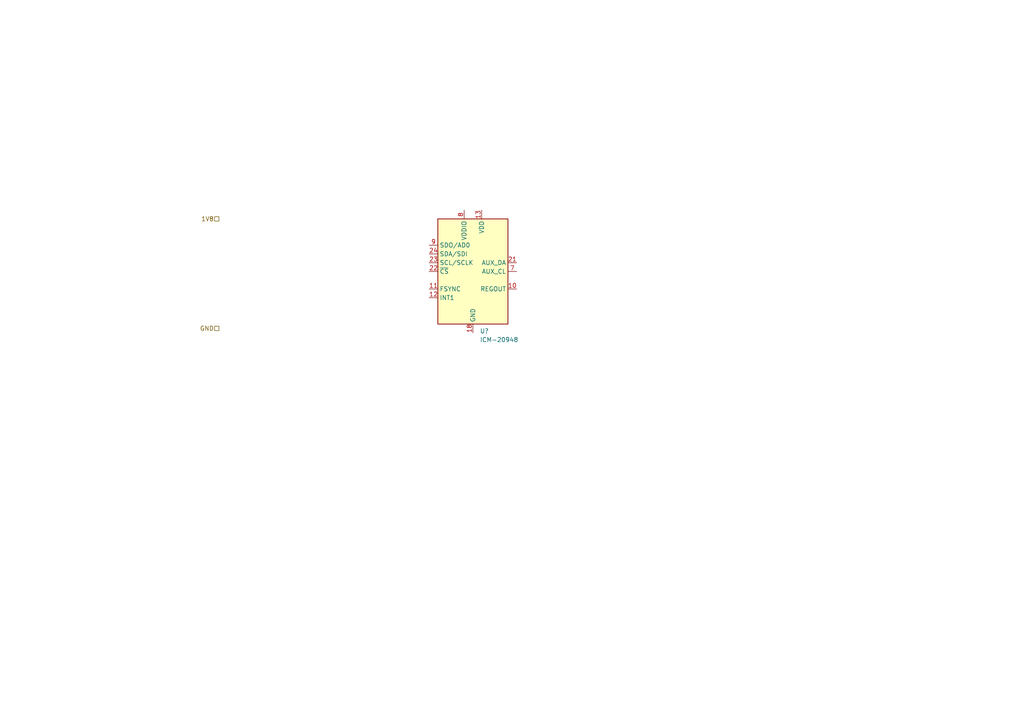
<source format=kicad_sch>
(kicad_sch (version 20211123) (generator eeschema)
  (paper "A4")
  (lib_symbols
    (symbol "Sensor_Motion:ICM-20948"
      (property "Reference" "U" (at -11.43 16.51 0))
      (property "Value" "ICM-20948" (at 7.62 -16.51 0))
      (symbol "ICM-20948_0_1"
        (rectangle (start -10.16 15.24) (end 10.16 -15.24) (stroke (width 0.254)) (fill (type background)))
      )
      (symbol "ICM-20948_1_1"
        (pin no_connect line (at -10.16 12.7 0) (length 2.54) hide (name "NC") (number "1"))
        (pin passive line (at 12.7 -5.08 180) (length 2.54) (name "REGOUT") (number "10"))
        (pin input line (at -12.7 -5.08 0) (length 2.54) (name "FSYNC") (number "11"))
        (pin output line (at -12.7 -7.62 0) (length 2.54) (name "INT1") (number "12"))
        (pin power_in line (at 2.54 17.78 270) (length 2.54) (name "VDD") (number "13"))
        (pin no_connect line (at 10.16 7.62 180) (length 2.54) hide (name "NC") (number "14"))
        (pin no_connect line (at 10.16 5.08 180) (length 2.54) hide (name "NC") (number "15"))
        (pin no_connect line (at 10.16 -7.62 180) (length 2.54) hide (name "NC") (number "16"))
        (pin no_connect line (at 10.16 -10.16 180) (length 2.54) hide (name "NC") (number "17"))
        (pin power_in line (at 0 -17.78 90) (length 2.54) (name "GND") (number "18"))
        (pin no_connect line (at 10.16 -12.7 180) (length 2.54) hide (name "RESV") (number "19"))
        (pin no_connect line (at -10.16 10.16 0) (length 2.54) hide (name "NC") (number "2"))
        (pin passive line (at 0 -17.78 90) (length 2.54) hide (name "GND") (number "20"))
        (pin bidirectional line (at 12.7 2.54 180) (length 2.54) (name "AUX_DA") (number "21"))
        (pin input line (at -12.7 0 0) (length 2.54) (name "~{CS}") (number "22"))
        (pin input line (at -12.7 2.54 0) (length 2.54) (name "SCL/SCLK") (number "23"))
        (pin bidirectional line (at -12.7 5.08 0) (length 2.54) (name "SDA/SDI") (number "24"))
        (pin no_connect line (at -10.16 -2.54 0) (length 2.54) hide (name "NC") (number "3"))
        (pin no_connect line (at -10.16 -10.16 0) (length 2.54) hide (name "NC") (number "4"))
        (pin no_connect line (at -10.16 -12.7 0) (length 2.54) hide (name "NC") (number "5"))
        (pin no_connect line (at 10.16 10.16 180) (length 2.54) hide (name "NC") (number "6"))
        (pin output line (at 12.7 0 180) (length 2.54) (name "AUX_CL") (number "7"))
        (pin power_in line (at -2.54 17.78 270) (length 2.54) (name "VDDIO") (number "8"))
        (pin bidirectional line (at -12.7 7.62 0) (length 2.54) (name "SDO/AD0") (number "9"))
      )
    )
  )
  (hierarchical_label "GND" (shape passive) (at 63.5 95.25 180))
  (hierarchical_label "1V8" (shape passive) (at 63.5 63.5 180))
  (symbol (lib_id "Sensor_Motion:ICM-20948") (at 137.16 78.74 0) (unit 1)
    (property "Reference" "U?" (at 139.1794 96.0104 0) (effects (justify left)))
    (property "Value" "ICM-20948" (at 139.1794 98.5473 0) (effects (justify left)))
    (property "Footprint" "Sensor_Motion:InvenSense_QFN-24_3x3mm_P0.4mm" (effects hide))
    (property "Datasheet" "http://www.invensense.com/wp-content/uploads/2016/06/DS-000189-ICM-20948-v1.3.pdf" (effects hide))
  )
)
</source>
